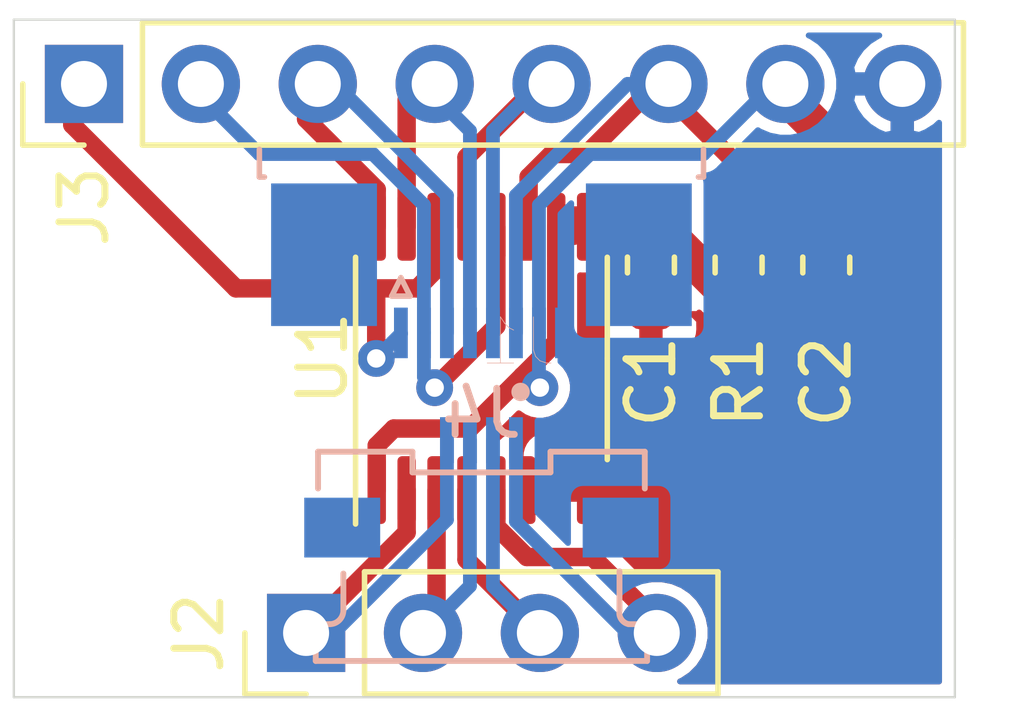
<source format=kicad_pcb>
(kicad_pcb (version 20171130) (host pcbnew "(5.1.6)-1")

  (general
    (thickness 1.6)
    (drawings 8)
    (tracks 101)
    (zones 0)
    (modules 8)
    (nets 13)
  )

  (page A4)
  (layers
    (0 F.Cu signal)
    (31 B.Cu signal)
    (32 B.Adhes user)
    (33 F.Adhes user)
    (34 B.Paste user)
    (35 F.Paste user)
    (36 B.SilkS user)
    (37 F.SilkS user)
    (38 B.Mask user)
    (39 F.Mask user)
    (40 Dwgs.User user)
    (41 Cmts.User user)
    (42 Eco1.User user)
    (43 Eco2.User user)
    (44 Edge.Cuts user)
    (45 Margin user)
    (46 B.CrtYd user hide)
    (47 F.CrtYd user hide)
    (48 B.Fab user hide)
    (49 F.Fab user hide)
  )

  (setup
    (last_trace_width 0.25)
    (user_trace_width 0.3)
    (user_trace_width 0.4)
    (user_trace_width 0.6)
    (user_trace_width 0.8)
    (trace_clearance 0.2)
    (zone_clearance 0.254)
    (zone_45_only no)
    (trace_min 0.2)
    (via_size 0.8)
    (via_drill 0.4)
    (via_min_size 0.4)
    (via_min_drill 0.3)
    (user_via 0.6 0.4)
    (user_via 0.601 0.6)
    (user_via 0.801 0.8)
    (uvia_size 0.3)
    (uvia_drill 0.1)
    (uvias_allowed no)
    (uvia_min_size 0.2)
    (uvia_min_drill 0.1)
    (edge_width 0.05)
    (segment_width 0.2)
    (pcb_text_width 0.3)
    (pcb_text_size 1.5 1.5)
    (mod_edge_width 0.12)
    (mod_text_size 1 1)
    (mod_text_width 0.15)
    (pad_size 1.524 1.524)
    (pad_drill 0.762)
    (pad_to_mask_clearance 0.05)
    (aux_axis_origin 169.672 115.062)
    (visible_elements 7FFFFFFF)
    (pcbplotparams
      (layerselection 0x010fc_ffffffff)
      (usegerberextensions false)
      (usegerberattributes true)
      (usegerberadvancedattributes true)
      (creategerberjobfile true)
      (excludeedgelayer true)
      (linewidth 0.100000)
      (plotframeref false)
      (viasonmask false)
      (mode 1)
      (useauxorigin false)
      (hpglpennumber 1)
      (hpglpenspeed 20)
      (hpglpendiameter 15.000000)
      (psnegative false)
      (psa4output false)
      (plotreference true)
      (plotvalue true)
      (plotinvisibletext false)
      (padsonsilk false)
      (subtractmaskfromsilk false)
      (outputformat 1)
      (mirror false)
      (drillshape 1)
      (scaleselection 1)
      (outputdirectory ""))
  )

  (net 0 "")
  (net 1 GND)
  (net 2 VCC)
  (net 3 "Net-(J1-Pad2)")
  (net 4 "Net-(J1-Pad1)")
  (net 5 "Net-(J1-Pad4)")
  (net 6 "Net-(J1-Pad3)")
  (net 7 "Net-(J3-Pad6)")
  (net 8 "Net-(J3-Pad5)")
  (net 9 "Net-(J3-Pad4)")
  (net 10 "Net-(J3-Pad3)")
  (net 11 "Net-(J3-Pad2)")
  (net 12 "Net-(J3-Pad1)")

  (net_class Default "This is the default net class."
    (clearance 0.2)
    (trace_width 0.25)
    (via_dia 0.8)
    (via_drill 0.4)
    (uvia_dia 0.3)
    (uvia_drill 0.1)
    (add_net GND)
    (add_net "Net-(J1-Pad1)")
    (add_net "Net-(J1-Pad2)")
    (add_net "Net-(J1-Pad3)")
    (add_net "Net-(J1-Pad4)")
    (add_net "Net-(J3-Pad1)")
    (add_net "Net-(J3-Pad2)")
    (add_net "Net-(J3-Pad3)")
    (add_net "Net-(J3-Pad4)")
    (add_net "Net-(J3-Pad5)")
    (add_net "Net-(J3-Pad6)")
    (add_net VCC)
  )

  (module Package_SO:TSSOP-16_4.4x5mm_P0.65mm (layer F.Cu) (tedit 5E476F32) (tstamp 5F9D4921)
    (at 179.832 106.934 90)
    (descr "TSSOP, 16 Pin (JEDEC MO-153 Var AB https://www.jedec.org/document_search?search_api_views_fulltext=MO-153), generated with kicad-footprint-generator ipc_gullwing_generator.py")
    (tags "TSSOP SO")
    (path /5F88F530)
    (attr smd)
    (fp_text reference U1 (at 0 -3.45 90) (layer F.SilkS)
      (effects (font (size 1 1) (thickness 0.15)))
    )
    (fp_text value XPT2046TS (at 0 3.45 90) (layer F.Fab)
      (effects (font (size 1 1) (thickness 0.15)))
    )
    (fp_line (start 0 2.735) (end 2.2 2.735) (layer F.SilkS) (width 0.12))
    (fp_line (start 0 2.735) (end -2.2 2.735) (layer F.SilkS) (width 0.12))
    (fp_line (start 0 -2.735) (end 2.2 -2.735) (layer F.SilkS) (width 0.12))
    (fp_line (start 0 -2.735) (end -3.6 -2.735) (layer F.SilkS) (width 0.12))
    (fp_line (start -1.2 -2.5) (end 2.2 -2.5) (layer F.Fab) (width 0.1))
    (fp_line (start 2.2 -2.5) (end 2.2 2.5) (layer F.Fab) (width 0.1))
    (fp_line (start 2.2 2.5) (end -2.2 2.5) (layer F.Fab) (width 0.1))
    (fp_line (start -2.2 2.5) (end -2.2 -1.5) (layer F.Fab) (width 0.1))
    (fp_line (start -2.2 -1.5) (end -1.2 -2.5) (layer F.Fab) (width 0.1))
    (fp_line (start -3.85 -2.75) (end -3.85 2.75) (layer F.CrtYd) (width 0.05))
    (fp_line (start -3.85 2.75) (end 3.85 2.75) (layer F.CrtYd) (width 0.05))
    (fp_line (start 3.85 2.75) (end 3.85 -2.75) (layer F.CrtYd) (width 0.05))
    (fp_line (start 3.85 -2.75) (end -3.85 -2.75) (layer F.CrtYd) (width 0.05))
    (fp_text user %R (at 0 0 90) (layer F.Fab)
      (effects (font (size 1 1) (thickness 0.15)))
    )
    (pad 16 smd roundrect (at 2.8625 -2.275 90) (size 1.475 0.4) (layers F.Cu F.Paste F.Mask) (roundrect_rratio 0.25)
      (net 10 "Net-(J3-Pad3)"))
    (pad 15 smd roundrect (at 2.8625 -1.625 90) (size 1.475 0.4) (layers F.Cu F.Paste F.Mask) (roundrect_rratio 0.25)
      (net 9 "Net-(J3-Pad4)"))
    (pad 14 smd roundrect (at 2.8625 -0.975 90) (size 1.475 0.4) (layers F.Cu F.Paste F.Mask) (roundrect_rratio 0.25)
      (net 12 "Net-(J3-Pad1)"))
    (pad 13 smd roundrect (at 2.8625 -0.325 90) (size 1.475 0.4) (layers F.Cu F.Paste F.Mask) (roundrect_rratio 0.25)
      (net 8 "Net-(J3-Pad5)"))
    (pad 12 smd roundrect (at 2.8625 0.325 90) (size 1.475 0.4) (layers F.Cu F.Paste F.Mask) (roundrect_rratio 0.25)
      (net 11 "Net-(J3-Pad2)"))
    (pad 11 smd roundrect (at 2.8625 0.975 90) (size 1.475 0.4) (layers F.Cu F.Paste F.Mask) (roundrect_rratio 0.25)
      (net 7 "Net-(J3-Pad6)"))
    (pad 10 smd roundrect (at 2.8625 1.625 90) (size 1.475 0.4) (layers F.Cu F.Paste F.Mask) (roundrect_rratio 0.25)
      (net 2 VCC))
    (pad 9 smd roundrect (at 2.8625 2.275 90) (size 1.475 0.4) (layers F.Cu F.Paste F.Mask) (roundrect_rratio 0.25)
      (net 2 VCC))
    (pad 8 smd roundrect (at -2.8625 2.275 90) (size 1.475 0.4) (layers F.Cu F.Paste F.Mask) (roundrect_rratio 0.25)
      (net 1 GND))
    (pad 7 smd roundrect (at -2.8625 1.625 90) (size 1.475 0.4) (layers F.Cu F.Paste F.Mask) (roundrect_rratio 0.25)
      (net 1 GND))
    (pad 6 smd roundrect (at -2.8625 0.975 90) (size 1.475 0.4) (layers F.Cu F.Paste F.Mask) (roundrect_rratio 0.25)
      (net 1 GND))
    (pad 5 smd roundrect (at -2.8625 0.325 90) (size 1.475 0.4) (layers F.Cu F.Paste F.Mask) (roundrect_rratio 0.25)
      (net 4 "Net-(J1-Pad1)"))
    (pad 4 smd roundrect (at -2.8625 -0.325 90) (size 1.475 0.4) (layers F.Cu F.Paste F.Mask) (roundrect_rratio 0.25)
      (net 3 "Net-(J1-Pad2)"))
    (pad 3 smd roundrect (at -2.8625 -0.975 90) (size 1.475 0.4) (layers F.Cu F.Paste F.Mask) (roundrect_rratio 0.25)
      (net 6 "Net-(J1-Pad3)"))
    (pad 2 smd roundrect (at -2.8625 -1.625 90) (size 1.475 0.4) (layers F.Cu F.Paste F.Mask) (roundrect_rratio 0.25)
      (net 5 "Net-(J1-Pad4)"))
    (pad 1 smd roundrect (at -2.8625 -2.275 90) (size 1.475 0.4) (layers F.Cu F.Paste F.Mask) (roundrect_rratio 0.25)
      (net 2 VCC))
    (model ${KISYS3DMOD}/Package_SO.3dshapes/TSSOP-16_4.4x5mm_P0.65mm.wrl
      (at (xyz 0 0 0))
      (scale (xyz 1 1 1))
      (rotate (xyz 0 0 0))
    )
  )

  (module Resistor_SMD:R_0603_1608Metric_Pad1.05x0.95mm_HandSolder (layer F.Cu) (tedit 5B301BBD) (tstamp 5F9D48FF)
    (at 185.42 104.902 90)
    (descr "Resistor SMD 0603 (1608 Metric), square (rectangular) end terminal, IPC_7351 nominal with elongated pad for handsoldering. (Body size source: http://www.tortai-tech.com/upload/download/2011102023233369053.pdf), generated with kicad-footprint-generator")
    (tags "resistor handsolder")
    (path /5F896891)
    (attr smd)
    (fp_text reference R1 (at -2.54 0 90) (layer F.SilkS)
      (effects (font (size 1 1) (thickness 0.15)))
    )
    (fp_text value R (at 0 1.43 90) (layer F.Fab)
      (effects (font (size 1 1) (thickness 0.15)))
    )
    (fp_line (start -0.8 0.4) (end -0.8 -0.4) (layer F.Fab) (width 0.1))
    (fp_line (start -0.8 -0.4) (end 0.8 -0.4) (layer F.Fab) (width 0.1))
    (fp_line (start 0.8 -0.4) (end 0.8 0.4) (layer F.Fab) (width 0.1))
    (fp_line (start 0.8 0.4) (end -0.8 0.4) (layer F.Fab) (width 0.1))
    (fp_line (start -0.171267 -0.51) (end 0.171267 -0.51) (layer F.SilkS) (width 0.12))
    (fp_line (start -0.171267 0.51) (end 0.171267 0.51) (layer F.SilkS) (width 0.12))
    (fp_line (start -1.65 0.73) (end -1.65 -0.73) (layer F.CrtYd) (width 0.05))
    (fp_line (start -1.65 -0.73) (end 1.65 -0.73) (layer F.CrtYd) (width 0.05))
    (fp_line (start 1.65 -0.73) (end 1.65 0.73) (layer F.CrtYd) (width 0.05))
    (fp_line (start 1.65 0.73) (end -1.65 0.73) (layer F.CrtYd) (width 0.05))
    (fp_text user %R (at 0 0 90) (layer F.Fab)
      (effects (font (size 0.4 0.4) (thickness 0.06)))
    )
    (pad 2 smd roundrect (at 0.875 0 90) (size 1.05 0.95) (layers F.Cu F.Paste F.Mask) (roundrect_rratio 0.25)
      (net 7 "Net-(J3-Pad6)"))
    (pad 1 smd roundrect (at -0.875 0 90) (size 1.05 0.95) (layers F.Cu F.Paste F.Mask) (roundrect_rratio 0.25)
      (net 2 VCC))
    (model ${KISYS3DMOD}/Resistor_SMD.3dshapes/R_0603_1608Metric.wrl
      (at (xyz 0 0 0))
      (scale (xyz 1 1 1))
      (rotate (xyz 0 0 0))
    )
  )

  (module Connector_FFC-FPC:TE_0-1734839-8_1x08-1MP_P0.5mm_Horizontal (layer B.Cu) (tedit 5DB5C65C) (tstamp 5F9D48EE)
    (at 179.832 105.029)
    (descr "TE FPC connector, 08 top-side contacts, 0.5mm pitch, SMT, https://www.te.com/commerce/DocumentDelivery/DDEController?Action=showdoc&DocId=Customer+Drawing%7F1734839%7FC%7Fpdf%7FEnglish%7FENG_CD_1734839_C_C_1734839.pdf%7F4-1734839-0")
    (tags "te fpc 1734839")
    (path /5F89A5EB)
    (attr smd)
    (fp_text reference J4 (at 0 3.1) (layer B.SilkS)
      (effects (font (size 1 1) (thickness 0.15)) (justify mirror))
    )
    (fp_text value Conn_01x08 (at 0 -3.25) (layer Dwgs.User)
      (effects (font (size 0.5 0.5) (thickness 0.08)))
    )
    (fp_line (start -4.06 0.65) (end 4.06 0.65) (layer B.Fab) (width 0.1))
    (fp_line (start 4.06 0.65) (end 4.06 -2.15) (layer B.Fab) (width 0.1))
    (fp_line (start 4.06 -2.15) (end 4.715 -2.15) (layer B.Fab) (width 0.1))
    (fp_line (start 4.715 -2.15) (end 4.715 -3.75) (layer B.Fab) (width 0.1))
    (fp_line (start 4.715 -3.75) (end -4.715 -3.75) (layer B.Fab) (width 0.1))
    (fp_line (start -4.715 -3.75) (end -4.715 -2.15) (layer B.Fab) (width 0.1))
    (fp_line (start -4.715 -2.15) (end -4.06 -2.15) (layer B.Fab) (width 0.1))
    (fp_line (start -4.06 -2.15) (end -4.06 0.65) (layer B.Fab) (width 0.1))
    (fp_line (start -2.15 0.65) (end -1.75 -0.15) (layer B.Fab) (width 0.1))
    (fp_line (start -1.75 -0.15) (end -1.35 0.65) (layer B.Fab) (width 0.1))
    (fp_line (start -4.715 -2.04) (end -4.825 -2.04) (layer B.SilkS) (width 0.12))
    (fp_line (start -4.825 -2.04) (end -4.825 -2.64) (layer B.SilkS) (width 0.12))
    (fp_line (start 4.715 -2.04) (end 4.825 -2.04) (layer B.SilkS) (width 0.12))
    (fp_line (start 4.825 -2.04) (end 4.825 -2.64) (layer B.SilkS) (width 0.12))
    (fp_line (start -1.95 0.55) (end -1.75 0.15) (layer B.SilkS) (width 0.12))
    (fp_line (start -1.75 0.15) (end -1.55 0.55) (layer B.SilkS) (width 0.12))
    (fp_line (start -1.55 0.55) (end -1.95 0.55) (layer B.SilkS) (width 0.12))
    (fp_line (start 4.605 -2.75) (end -4.605 -2.75) (layer Dwgs.User) (width 0.1))
    (fp_line (start -5.22 2.4) (end -5.22 -4.25) (layer B.CrtYd) (width 0.05))
    (fp_line (start -5.22 -4.25) (end 5.22 -4.25) (layer B.CrtYd) (width 0.05))
    (fp_line (start 5.22 -4.25) (end 5.22 2.4) (layer B.CrtYd) (width 0.05))
    (fp_line (start 5.22 2.4) (end -5.22 2.4) (layer B.CrtYd) (width 0.05))
    (fp_text user %R (at 0 -1.55) (layer B.Fab)
      (effects (font (size 1 1) (thickness 0.15)) (justify mirror))
    )
    (pad MP smd rect (at 3.42 -0.35) (size 2.3 3.1) (layers B.Cu B.Paste B.Mask))
    (pad MP smd rect (at -3.42 -0.35) (size 2.3 3.1) (layers B.Cu B.Paste B.Mask))
    (pad 8 smd rect (at 1.75 1.35) (size 0.3 1.1) (layers B.Cu B.Paste B.Mask)
      (net 1 GND))
    (pad 7 smd rect (at 1.25 1.35) (size 0.3 1.1) (layers B.Cu B.Paste B.Mask)
      (net 2 VCC))
    (pad 6 smd rect (at 0.75 1.35) (size 0.3 1.1) (layers B.Cu B.Paste B.Mask)
      (net 7 "Net-(J3-Pad6)"))
    (pad 5 smd rect (at 0.25 1.35) (size 0.3 1.1) (layers B.Cu B.Paste B.Mask)
      (net 8 "Net-(J3-Pad5)"))
    (pad 4 smd rect (at -0.25 1.35) (size 0.3 1.1) (layers B.Cu B.Paste B.Mask)
      (net 9 "Net-(J3-Pad4)"))
    (pad 3 smd rect (at -0.75 1.35) (size 0.3 1.1) (layers B.Cu B.Paste B.Mask)
      (net 10 "Net-(J3-Pad3)"))
    (pad 2 smd rect (at -1.25 1.35) (size 0.3 1.1) (layers B.Cu B.Paste B.Mask)
      (net 11 "Net-(J3-Pad2)"))
    (pad 1 smd rect (at -1.75 1.35) (size 0.3 1.1) (layers B.Cu B.Paste B.Mask)
      (net 12 "Net-(J3-Pad1)"))
    (model ${KISYS3DMOD}/Connector_FFC-FPC.3dshapes/TE_0-1734839-8_1x08-1MP_P0.5mm_Horizontal.wrl
      (at (xyz 0 0 0))
      (scale (xyz 1 1 1))
      (rotate (xyz 0 0 0))
    )
  )

  (module Connector_PinHeader_2.54mm:PinHeader_1x08_P2.54mm_Vertical (layer F.Cu) (tedit 59FED5CC) (tstamp 5F9D49E6)
    (at 171.196 100.965 90)
    (descr "Through hole straight pin header, 1x08, 2.54mm pitch, single row")
    (tags "Through hole pin header THT 1x08 2.54mm single row")
    (path /5F897A13)
    (fp_text reference J3 (at -2.667 0 90) (layer F.SilkS)
      (effects (font (size 1 1) (thickness 0.15)))
    )
    (fp_text value Conn_01x08 (at 0 20.11 90) (layer F.Fab)
      (effects (font (size 1 1) (thickness 0.15)))
    )
    (fp_line (start -0.635 -1.27) (end 1.27 -1.27) (layer F.Fab) (width 0.1))
    (fp_line (start 1.27 -1.27) (end 1.27 19.05) (layer F.Fab) (width 0.1))
    (fp_line (start 1.27 19.05) (end -1.27 19.05) (layer F.Fab) (width 0.1))
    (fp_line (start -1.27 19.05) (end -1.27 -0.635) (layer F.Fab) (width 0.1))
    (fp_line (start -1.27 -0.635) (end -0.635 -1.27) (layer F.Fab) (width 0.1))
    (fp_line (start -1.33 19.11) (end 1.33 19.11) (layer F.SilkS) (width 0.12))
    (fp_line (start -1.33 1.27) (end -1.33 19.11) (layer F.SilkS) (width 0.12))
    (fp_line (start 1.33 1.27) (end 1.33 19.11) (layer F.SilkS) (width 0.12))
    (fp_line (start -1.33 1.27) (end 1.33 1.27) (layer F.SilkS) (width 0.12))
    (fp_line (start -1.33 0) (end -1.33 -1.33) (layer F.SilkS) (width 0.12))
    (fp_line (start -1.33 -1.33) (end 0 -1.33) (layer F.SilkS) (width 0.12))
    (fp_line (start -1.8 -1.8) (end -1.8 19.55) (layer F.CrtYd) (width 0.05))
    (fp_line (start -1.8 19.55) (end 1.8 19.55) (layer F.CrtYd) (width 0.05))
    (fp_line (start 1.8 19.55) (end 1.8 -1.8) (layer F.CrtYd) (width 0.05))
    (fp_line (start 1.8 -1.8) (end -1.8 -1.8) (layer F.CrtYd) (width 0.05))
    (fp_text user %R (at 0 8.89) (layer F.Fab)
      (effects (font (size 1 1) (thickness 0.15)))
    )
    (pad 8 thru_hole oval (at 0 17.78 90) (size 1.7 1.7) (drill 1) (layers *.Cu *.Mask)
      (net 1 GND))
    (pad 7 thru_hole oval (at 0 15.24 90) (size 1.7 1.7) (drill 1) (layers *.Cu *.Mask)
      (net 2 VCC))
    (pad 6 thru_hole oval (at 0 12.7 90) (size 1.7 1.7) (drill 1) (layers *.Cu *.Mask)
      (net 7 "Net-(J3-Pad6)"))
    (pad 5 thru_hole oval (at 0 10.16 90) (size 1.7 1.7) (drill 1) (layers *.Cu *.Mask)
      (net 8 "Net-(J3-Pad5)"))
    (pad 4 thru_hole oval (at 0 7.62 90) (size 1.7 1.7) (drill 1) (layers *.Cu *.Mask)
      (net 9 "Net-(J3-Pad4)"))
    (pad 3 thru_hole oval (at 0 5.08 90) (size 1.7 1.7) (drill 1) (layers *.Cu *.Mask)
      (net 10 "Net-(J3-Pad3)"))
    (pad 2 thru_hole oval (at 0 2.54 90) (size 1.7 1.7) (drill 1) (layers *.Cu *.Mask)
      (net 11 "Net-(J3-Pad2)"))
    (pad 1 thru_hole rect (at 0 0 90) (size 1.7 1.7) (drill 1) (layers *.Cu *.Mask)
      (net 12 "Net-(J3-Pad1)"))
    (model ${KISYS3DMOD}/Connector_PinHeader_2.54mm.3dshapes/PinHeader_1x08_P2.54mm_Vertical.wrl
      (at (xyz 0 0 0))
      (scale (xyz 1 1 1))
      (rotate (xyz 0 0 0))
    )
  )

  (module Connector_PinHeader_2.54mm:PinHeader_1x04_P2.54mm_Vertical (layer F.Cu) (tedit 59FED5CC) (tstamp 5F9D48AD)
    (at 176.022 112.903 90)
    (descr "Through hole straight pin header, 1x04, 2.54mm pitch, single row")
    (tags "Through hole pin header THT 1x04 2.54mm single row")
    (path /5F8911D5)
    (fp_text reference J2 (at 0 -2.33 90) (layer F.SilkS)
      (effects (font (size 1 1) (thickness 0.15)))
    )
    (fp_text value Conn_01x04 (at 0 9.95 90) (layer F.Fab)
      (effects (font (size 1 1) (thickness 0.15)))
    )
    (fp_line (start -0.635 -1.27) (end 1.27 -1.27) (layer F.Fab) (width 0.1))
    (fp_line (start 1.27 -1.27) (end 1.27 8.89) (layer F.Fab) (width 0.1))
    (fp_line (start 1.27 8.89) (end -1.27 8.89) (layer F.Fab) (width 0.1))
    (fp_line (start -1.27 8.89) (end -1.27 -0.635) (layer F.Fab) (width 0.1))
    (fp_line (start -1.27 -0.635) (end -0.635 -1.27) (layer F.Fab) (width 0.1))
    (fp_line (start -1.33 8.95) (end 1.33 8.95) (layer F.SilkS) (width 0.12))
    (fp_line (start -1.33 1.27) (end -1.33 8.95) (layer F.SilkS) (width 0.12))
    (fp_line (start 1.33 1.27) (end 1.33 8.95) (layer F.SilkS) (width 0.12))
    (fp_line (start -1.33 1.27) (end 1.33 1.27) (layer F.SilkS) (width 0.12))
    (fp_line (start -1.33 0) (end -1.33 -1.33) (layer F.SilkS) (width 0.12))
    (fp_line (start -1.33 -1.33) (end 0 -1.33) (layer F.SilkS) (width 0.12))
    (fp_line (start -1.8 -1.8) (end -1.8 9.4) (layer F.CrtYd) (width 0.05))
    (fp_line (start -1.8 9.4) (end 1.8 9.4) (layer F.CrtYd) (width 0.05))
    (fp_line (start 1.8 9.4) (end 1.8 -1.8) (layer F.CrtYd) (width 0.05))
    (fp_line (start 1.8 -1.8) (end -1.8 -1.8) (layer F.CrtYd) (width 0.05))
    (fp_text user %R (at 0 3.81) (layer F.Fab)
      (effects (font (size 1 1) (thickness 0.15)))
    )
    (pad 4 thru_hole oval (at 0 7.62 90) (size 1.7 1.7) (drill 1) (layers *.Cu *.Mask)
      (net 4 "Net-(J1-Pad1)"))
    (pad 3 thru_hole oval (at 0 5.08 90) (size 1.7 1.7) (drill 1) (layers *.Cu *.Mask)
      (net 3 "Net-(J1-Pad2)"))
    (pad 2 thru_hole oval (at 0 2.54 90) (size 1.7 1.7) (drill 1) (layers *.Cu *.Mask)
      (net 6 "Net-(J1-Pad3)"))
    (pad 1 thru_hole rect (at 0 0 90) (size 1.7 1.7) (drill 1) (layers *.Cu *.Mask)
      (net 5 "Net-(J1-Pad4)"))
    (model ${KISYS3DMOD}/Connector_PinHeader_2.54mm.3dshapes/PinHeader_1x04_P2.54mm_Vertical.wrl
      (at (xyz 0 0 0))
      (scale (xyz 1 1 1))
      (rotate (xyz 0 0 0))
    )
  )

  (module 54548-0471:MOLEX_54548-0471 (layer B.Cu) (tedit 5F1FFACD) (tstamp 5F9D4895)
    (at 179.832 108.712 180)
    (path /5F89049C)
    (fp_text reference J1 (at -0.79473 2.14171) (layer B.SilkS)
      (effects (font (size 1.00315 1.00315) (thickness 0.015)) (justify mirror))
    )
    (fp_text value Conn_01x04 (at 5.96036 -6.12732) (layer B.Fab)
      (effects (font (size 1.002016 1.002016) (thickness 0.015)) (justify mirror))
    )
    (fp_circle (center -0.85 1.05) (end -0.75 1.05) (layer B.SilkS) (width 0.2))
    (fp_line (start -1.5 -0.7) (end 1.5 -0.7) (layer B.Fab) (width 0.127))
    (fp_line (start 1.5 -0.7) (end 1.5 -0.25) (layer B.Fab) (width 0.127))
    (fp_line (start -1.5 -0.7) (end -1.5 -0.25) (layer B.Fab) (width 0.127))
    (fp_line (start -1.5 -0.25) (end -3.55 -0.25) (layer B.Fab) (width 0.127))
    (fp_line (start -3 -1.05) (end -3 -1.45) (layer B.Fab) (width 0.127))
    (fp_line (start -3 -1.7) (end -3 -2.1) (layer B.Fab) (width 0.127))
    (fp_line (start -3 -2.35) (end -3 -3.7) (layer B.Fab) (width 0.127))
    (fp_line (start 3.55 -0.25) (end 1.5 -0.25) (layer B.Fab) (width 0.127))
    (fp_line (start -3.2 -4) (end -3.6 -4) (layer B.Fab) (width 0.127))
    (fp_line (start -3.6 -4) (end -3.6 -4.8) (layer B.Fab) (width 0.127))
    (fp_line (start -3.6 -4.8) (end 3.6 -4.8) (layer B.Fab) (width 0.127))
    (fp_line (start 3.6 -4.8) (end 3.6 -4) (layer B.Fab) (width 0.127))
    (fp_line (start 3.6 -4) (end 3.3 -4) (layer B.Fab) (width 0.127))
    (fp_line (start -3.55 -0.25) (end -3.55 -1.05) (layer B.Fab) (width 0.127))
    (fp_line (start -3.55 -1.05) (end -3 -1.05) (layer B.Fab) (width 0.127))
    (fp_line (start -3 -1.45) (end -3.55 -1.45) (layer B.Fab) (width 0.127))
    (fp_line (start -3.55 -1.45) (end -3.55 -1.7) (layer B.Fab) (width 0.127))
    (fp_line (start -3.55 -1.7) (end -3 -1.7) (layer B.Fab) (width 0.127))
    (fp_line (start -3 -2.35) (end -3.55 -2.35) (layer B.Fab) (width 0.127))
    (fp_line (start -3.55 -2.35) (end -3.55 -2.1) (layer B.Fab) (width 0.127))
    (fp_line (start -3.55 -2.1) (end -3 -2.1) (layer B.Fab) (width 0.127))
    (fp_line (start 3 -1.05) (end 3 -1.45) (layer B.Fab) (width 0.127))
    (fp_line (start 3.55 -0.25) (end 3.55 -1.05) (layer B.Fab) (width 0.127))
    (fp_line (start 3.55 -1.05) (end 3 -1.05) (layer B.Fab) (width 0.127))
    (fp_line (start 3 -1.45) (end 3.55 -1.45) (layer B.Fab) (width 0.127))
    (fp_line (start 3.55 -1.45) (end 3.55 -1.7) (layer B.Fab) (width 0.127))
    (fp_line (start 3.55 -1.7) (end 3 -1.7) (layer B.Fab) (width 0.127))
    (fp_line (start 3 -2.35) (end 3.55 -2.35) (layer B.Fab) (width 0.127))
    (fp_line (start 3.55 -2.35) (end 3.55 -2.1) (layer B.Fab) (width 0.127))
    (fp_line (start 3.55 -2.1) (end 3 -2.1) (layer B.Fab) (width 0.127))
    (fp_line (start 3 -3.7) (end 3 -2.4) (layer B.Fab) (width 0.127))
    (fp_line (start 3 -1.7) (end 3 -2.1) (layer B.Fab) (width 0.127))
    (fp_line (start -1.5 -0.7) (end 1.5 -0.7) (layer B.SilkS) (width 0.127))
    (fp_line (start 1.5 -0.7) (end 1.5 -0.25) (layer B.SilkS) (width 0.127))
    (fp_line (start -1.5 -0.7) (end -1.5 -0.25) (layer B.SilkS) (width 0.127))
    (fp_line (start -1.5 -0.25) (end -3.55 -0.25) (layer B.SilkS) (width 0.127))
    (fp_line (start -3 -2.85) (end -3 -3.7) (layer B.SilkS) (width 0.127))
    (fp_line (start 3.55 -0.25) (end 1.5 -0.25) (layer B.SilkS) (width 0.127))
    (fp_line (start -3.2 -4) (end -3.6 -4) (layer B.SilkS) (width 0.127))
    (fp_line (start -3.6 -4) (end -3.6 -4.8) (layer B.SilkS) (width 0.127))
    (fp_line (start -3.6 -4.8) (end 3.6 -4.8) (layer B.SilkS) (width 0.127))
    (fp_line (start 3.6 -4.8) (end 3.6 -4) (layer B.SilkS) (width 0.127))
    (fp_line (start 3.6 -4) (end 3.3 -4) (layer B.SilkS) (width 0.127))
    (fp_line (start -3.55 -0.25) (end -3.55 -1.05) (layer B.SilkS) (width 0.127))
    (fp_line (start 3.55 -0.25) (end 3.55 -1.05) (layer B.SilkS) (width 0.127))
    (fp_line (start 3 -3.7) (end 3 -2.9) (layer B.SilkS) (width 0.127))
    (fp_circle (center -0.85 -1.05) (end -0.75 -1.05) (layer B.Fab) (width 0.2))
    (fp_line (start -4.1 0.75) (end 4.1 0.75) (layer B.CrtYd) (width 0.05))
    (fp_line (start 4.1 0.75) (end 4.1 -5.05) (layer B.CrtYd) (width 0.05))
    (fp_line (start 4.1 -5.05) (end -4.1 -5.05) (layer B.CrtYd) (width 0.05))
    (fp_line (start -4.1 -5.05) (end -4.1 0.75) (layer B.CrtYd) (width 0.05))
    (fp_arc (start 3.3 -3.7) (end 3.3 -4) (angle -90) (layer B.SilkS) (width 0.127))
    (fp_arc (start -3.25 -3.75) (end -3.2 -4) (angle 90) (layer B.SilkS) (width 0.127))
    (fp_arc (start 3.3 -3.7) (end 3.3 -4) (angle -90) (layer B.Fab) (width 0.127))
    (fp_arc (start -3.25 -3.75) (end -3.2 -4) (angle 90) (layer B.Fab) (width 0.127))
    (pad S2 smd rect (at 3.025 -1.9 180) (size 1.65 1.3) (layers B.Cu B.Paste B.Mask))
    (pad S1 smd rect (at -3.025 -1.9 180) (size 1.65 1.3) (layers B.Cu B.Paste B.Mask))
    (pad 2 smd rect (at -0.25 0 180) (size 0.3 1) (layers B.Cu B.Paste B.Mask)
      (net 3 "Net-(J1-Pad2)"))
    (pad 1 smd rect (at -0.75 0 180) (size 0.3 1) (layers B.Cu B.Paste B.Mask)
      (net 4 "Net-(J1-Pad1)"))
    (pad 4 smd rect (at 0.75 0 180) (size 0.3 1) (layers B.Cu B.Paste B.Mask)
      (net 5 "Net-(J1-Pad4)"))
    (pad 3 smd rect (at 0.25 0 180) (size 0.3 1) (layers B.Cu B.Paste B.Mask)
      (net 6 "Net-(J1-Pad3)"))
  )

  (module Capacitor_SMD:C_0603_1608Metric_Pad1.05x0.95mm_HandSolder (layer F.Cu) (tedit 5B301BBE) (tstamp 5F9D3F4A)
    (at 187.325 104.902 270)
    (descr "Capacitor SMD 0603 (1608 Metric), square (rectangular) end terminal, IPC_7351 nominal with elongated pad for handsoldering. (Body size source: http://www.tortai-tech.com/upload/download/2011102023233369053.pdf), generated with kicad-footprint-generator")
    (tags "capacitor handsolder")
    (path /5F8962E2)
    (attr smd)
    (fp_text reference C2 (at 2.54 0 90) (layer F.SilkS)
      (effects (font (size 1 1) (thickness 0.15)))
    )
    (fp_text value C (at 0 1.43 90) (layer F.Fab)
      (effects (font (size 1 1) (thickness 0.15)))
    )
    (fp_line (start -0.8 0.4) (end -0.8 -0.4) (layer F.Fab) (width 0.1))
    (fp_line (start -0.8 -0.4) (end 0.8 -0.4) (layer F.Fab) (width 0.1))
    (fp_line (start 0.8 -0.4) (end 0.8 0.4) (layer F.Fab) (width 0.1))
    (fp_line (start 0.8 0.4) (end -0.8 0.4) (layer F.Fab) (width 0.1))
    (fp_line (start -0.171267 -0.51) (end 0.171267 -0.51) (layer F.SilkS) (width 0.12))
    (fp_line (start -0.171267 0.51) (end 0.171267 0.51) (layer F.SilkS) (width 0.12))
    (fp_line (start -1.65 0.73) (end -1.65 -0.73) (layer F.CrtYd) (width 0.05))
    (fp_line (start -1.65 -0.73) (end 1.65 -0.73) (layer F.CrtYd) (width 0.05))
    (fp_line (start 1.65 -0.73) (end 1.65 0.73) (layer F.CrtYd) (width 0.05))
    (fp_line (start 1.65 0.73) (end -1.65 0.73) (layer F.CrtYd) (width 0.05))
    (fp_text user %R (at 0 0 90) (layer F.Fab)
      (effects (font (size 0.4 0.4) (thickness 0.06)))
    )
    (pad 2 smd roundrect (at 0.875 0 270) (size 1.05 0.95) (layers F.Cu F.Paste F.Mask) (roundrect_rratio 0.25)
      (net 1 GND))
    (pad 1 smd roundrect (at -0.875 0 270) (size 1.05 0.95) (layers F.Cu F.Paste F.Mask) (roundrect_rratio 0.25)
      (net 2 VCC))
    (model ${KISYS3DMOD}/Capacitor_SMD.3dshapes/C_0603_1608Metric.wrl
      (at (xyz 0 0 0))
      (scale (xyz 1 1 1))
      (rotate (xyz 0 0 0))
    )
  )

  (module Capacitor_SMD:C_0603_1608Metric_Pad1.05x0.95mm_HandSolder (layer F.Cu) (tedit 5B301BBE) (tstamp 5F9D4842)
    (at 183.515 104.902 270)
    (descr "Capacitor SMD 0603 (1608 Metric), square (rectangular) end terminal, IPC_7351 nominal with elongated pad for handsoldering. (Body size source: http://www.tortai-tech.com/upload/download/2011102023233369053.pdf), generated with kicad-footprint-generator")
    (tags "capacitor handsolder")
    (path /5F894D43)
    (attr smd)
    (fp_text reference C1 (at 2.54 0 90) (layer F.SilkS)
      (effects (font (size 1 1) (thickness 0.15)))
    )
    (fp_text value C (at 0 1.43 90) (layer F.Fab)
      (effects (font (size 1 1) (thickness 0.15)))
    )
    (fp_line (start -0.8 0.4) (end -0.8 -0.4) (layer F.Fab) (width 0.1))
    (fp_line (start -0.8 -0.4) (end 0.8 -0.4) (layer F.Fab) (width 0.1))
    (fp_line (start 0.8 -0.4) (end 0.8 0.4) (layer F.Fab) (width 0.1))
    (fp_line (start 0.8 0.4) (end -0.8 0.4) (layer F.Fab) (width 0.1))
    (fp_line (start -0.171267 -0.51) (end 0.171267 -0.51) (layer F.SilkS) (width 0.12))
    (fp_line (start -0.171267 0.51) (end 0.171267 0.51) (layer F.SilkS) (width 0.12))
    (fp_line (start -1.65 0.73) (end -1.65 -0.73) (layer F.CrtYd) (width 0.05))
    (fp_line (start -1.65 -0.73) (end 1.65 -0.73) (layer F.CrtYd) (width 0.05))
    (fp_line (start 1.65 -0.73) (end 1.65 0.73) (layer F.CrtYd) (width 0.05))
    (fp_line (start 1.65 0.73) (end -1.65 0.73) (layer F.CrtYd) (width 0.05))
    (fp_text user %R (at 0 0 90) (layer F.Fab)
      (effects (font (size 0.4 0.4) (thickness 0.06)))
    )
    (pad 2 smd roundrect (at 0.875 0 270) (size 1.05 0.95) (layers F.Cu F.Paste F.Mask) (roundrect_rratio 0.25)
      (net 1 GND))
    (pad 1 smd roundrect (at -0.875 0 270) (size 1.05 0.95) (layers F.Cu F.Paste F.Mask) (roundrect_rratio 0.25)
      (net 2 VCC))
    (model ${KISYS3DMOD}/Capacitor_SMD.3dshapes/C_0603_1608Metric.wrl
      (at (xyz 0 0 0))
      (scale (xyz 1 1 1))
      (rotate (xyz 0 0 0))
    )
  )

  (gr_line (start 190.119 110.871) (end 190.119 99.568) (layer Edge.Cuts) (width 0.05) (tstamp 5F9D781E))
  (gr_line (start 169.672 114.3) (end 169.672 110.871) (layer Edge.Cuts) (width 0.05))
  (gr_line (start 169.672 110.871) (end 169.672 99.568) (layer Edge.Cuts) (width 0.05) (tstamp 5F9D773D))
  (gr_text XPT2046 (at 187.071 107.061 90) (layer B.Paste) (tstamp 5F9D6B37)
    (effects (font (size 1 1) (thickness 0.15)) (justify mirror))
  )
  (gr_text XPT2046 (at 187.071 107.061 90) (layer B.Mask)
    (effects (font (size 1 1) (thickness 0.15)) (justify mirror))
  )
  (gr_line (start 169.672 99.568) (end 190.119 99.568) (layer Edge.Cuts) (width 0.05) (tstamp 5F9D4F8E))
  (gr_line (start 190.119 114.3) (end 169.672 114.3) (layer Edge.Cuts) (width 0.05) (tstamp 5F9D4F8D))
  (gr_line (start 190.119 110.871) (end 190.119 114.3) (layer Edge.Cuts) (width 0.05) (tstamp 5F9D4F8A))

  (segment (start 177.927 108.458) (end 179.578 108.458) (width 0.4) (layer F.Cu) (net 2))
  (segment (start 181.457 104.866124) (end 181.457 104.0715) (width 0.4) (layer F.Cu) (net 2))
  (segment (start 181.457 106.579) (end 181.457 104.866124) (width 0.4) (layer F.Cu) (net 2))
  (segment (start 177.557 109.7965) (end 177.557 108.828) (width 0.4) (layer F.Cu) (net 2))
  (segment (start 177.557 108.828) (end 177.927 108.458) (width 0.4) (layer F.Cu) (net 2))
  (segment (start 181.082 107.549) (end 181.102 107.569) (width 0.3) (layer B.Cu) (net 2))
  (segment (start 181.082 106.379) (end 181.082 107.549) (width 0.3) (layer B.Cu) (net 2))
  (segment (start 181.102 107.569) (end 181.102 107.569) (width 0.3) (layer B.Cu) (net 2) (tstamp 5F9D5E36))
  (via (at 181.102 107.569) (size 0.8) (drill 0.4) (layers F.Cu B.Cu) (net 2))
  (segment (start 180.975 107.569) (end 180.721 107.315) (width 0.4) (layer F.Cu) (net 2))
  (segment (start 181.102 107.569) (end 180.975 107.569) (width 0.4) (layer F.Cu) (net 2))
  (segment (start 179.578 108.458) (end 180.721 107.315) (width 0.4) (layer F.Cu) (net 2))
  (segment (start 180.721 107.315) (end 181.457 106.579) (width 0.4) (layer F.Cu) (net 2))
  (segment (start 185.42 105.777) (end 185.434 105.777) (width 0.4) (layer F.Cu) (net 2))
  (segment (start 187.184 104.027) (end 187.325 104.027) (width 0.8) (layer F.Cu) (net 2))
  (segment (start 185.434 105.777) (end 187.184 104.027) (width 0.8) (layer F.Cu) (net 2))
  (segment (start 183.67 104.027) (end 185.42 105.777) (width 0.8) (layer F.Cu) (net 2))
  (segment (start 183.515 104.027) (end 183.67 104.027) (width 0.8) (layer F.Cu) (net 2))
  (segment (start 181.84 104.027) (end 181.7955 104.0715) (width 0.8) (layer F.Cu) (net 2))
  (segment (start 183.515 104.027) (end 181.84 104.027) (width 0.8) (layer F.Cu) (net 2))
  (segment (start 182.107 104.0715) (end 181.7955 104.0715) (width 0.4) (layer F.Cu) (net 2))
  (segment (start 181.7955 104.0715) (end 181.457 104.0715) (width 0.4) (layer F.Cu) (net 2))
  (segment (start 187.325 102.108) (end 186.182 100.965) (width 0.8) (layer F.Cu) (net 2))
  (segment (start 187.325 104.027) (end 187.325 102.108) (width 0.8) (layer F.Cu) (net 2))
  (segment (start 182.19012 102.489) (end 184.658 102.489) (width 0.3) (layer B.Cu) (net 2))
  (segment (start 181.082 106.379) (end 181.082 103.59712) (width 0.3) (layer B.Cu) (net 2))
  (segment (start 184.658 102.489) (end 186.182 100.965) (width 0.3) (layer B.Cu) (net 2))
  (segment (start 181.082 103.59712) (end 182.19012 102.489) (width 0.3) (layer B.Cu) (net 2))
  (segment (start 179.507 111.308) (end 181.102 112.903) (width 0.4) (layer F.Cu) (net 3))
  (segment (start 179.507 109.7965) (end 179.507 111.308) (width 0.4) (layer F.Cu) (net 3))
  (segment (start 180.082 111.883) (end 181.102 112.903) (width 0.3) (layer B.Cu) (net 3))
  (segment (start 180.082 108.712) (end 180.082 111.883) (width 0.3) (layer B.Cu) (net 3))
  (segment (start 182.245 111.252) (end 183.642 112.649) (width 0.4) (layer F.Cu) (net 4))
  (segment (start 180.817876 111.252) (end 182.245 111.252) (width 0.4) (layer F.Cu) (net 4))
  (segment (start 180.157 109.7965) (end 180.157 110.591124) (width 0.4) (layer F.Cu) (net 4))
  (segment (start 183.642 112.649) (end 183.642 112.903) (width 0.4) (layer F.Cu) (net 4))
  (segment (start 180.157 110.591124) (end 180.817876 111.252) (width 0.4) (layer F.Cu) (net 4))
  (segment (start 180.582 108.712) (end 180.582 110.478) (width 0.3) (layer B.Cu) (net 4))
  (segment (start 183.007 112.903) (end 183.642 112.903) (width 0.3) (layer B.Cu) (net 4))
  (segment (start 180.582 110.478) (end 183.007 112.903) (width 0.3) (layer B.Cu) (net 4))
  (segment (start 178.207 110.718) (end 176.022 112.903) (width 0.4) (layer F.Cu) (net 5))
  (segment (start 178.207 109.7965) (end 178.207 110.718) (width 0.4) (layer F.Cu) (net 5))
  (segment (start 176.621002 112.903) (end 176.022 112.903) (width 0.3) (layer B.Cu) (net 5))
  (segment (start 179.082 108.712) (end 179.082 110.442002) (width 0.3) (layer B.Cu) (net 5))
  (segment (start 179.082 110.442002) (end 176.621002 112.903) (width 0.3) (layer B.Cu) (net 5))
  (segment (start 178.857 112.608) (end 178.562 112.903) (width 0.4) (layer F.Cu) (net 6))
  (segment (start 178.857 109.7965) (end 178.857 112.608) (width 0.4) (layer F.Cu) (net 6))
  (segment (start 179.582 111.883) (end 178.562 112.903) (width 0.3) (layer B.Cu) (net 6))
  (segment (start 179.582 108.712) (end 179.582 111.883) (width 0.3) (layer B.Cu) (net 6))
  (segment (start 185.42 102.743) (end 183.642 100.965) (width 0.4) (layer F.Cu) (net 7))
  (segment (start 185.42 104.027) (end 185.42 102.743) (width 0.4) (layer F.Cu) (net 7))
  (segment (start 182.118 102.489) (end 183.642 100.965) (width 0.4) (layer F.Cu) (net 7))
  (segment (start 180.807 103.8) (end 180.85699 103.75001) (width 0.4) (layer F.Cu) (net 7))
  (segment (start 180.85699 103.75001) (end 180.85699 102.98801) (width 0.4) (layer F.Cu) (net 7))
  (segment (start 181.356 102.489) (end 182.118 102.489) (width 0.4) (layer F.Cu) (net 7))
  (segment (start 180.807 104.0715) (end 180.807 103.8) (width 0.4) (layer F.Cu) (net 7))
  (segment (start 180.85699 102.98801) (end 181.356 102.489) (width 0.4) (layer F.Cu) (net 7))
  (segment (start 183.007 100.965) (end 183.642 100.965) (width 0.3) (layer B.Cu) (net 7))
  (segment (start 180.582 106.379) (end 180.582 103.39) (width 0.3) (layer B.Cu) (net 7))
  (segment (start 180.582 103.39) (end 183.007 100.965) (width 0.3) (layer B.Cu) (net 7))
  (segment (start 180.807 101.26) (end 181.102 100.965) (width 0.4) (layer F.Cu) (net 8))
  (segment (start 180.082 101.985) (end 181.102 100.965) (width 0.3) (layer B.Cu) (net 8))
  (segment (start 180.082 106.379) (end 180.082 101.985) (width 0.3) (layer B.Cu) (net 8))
  (segment (start 179.507 102.56) (end 181.102 100.965) (width 0.4) (layer F.Cu) (net 8))
  (segment (start 179.507 104.0715) (end 179.507 102.56) (width 0.4) (layer F.Cu) (net 8))
  (segment (start 178.207 101.32) (end 178.562 100.965) (width 0.4) (layer F.Cu) (net 9))
  (segment (start 178.207 104.0715) (end 178.207 101.32) (width 0.4) (layer F.Cu) (net 9))
  (segment (start 179.582 101.985) (end 178.562 100.965) (width 0.3) (layer B.Cu) (net 9))
  (segment (start 179.582 106.379) (end 179.582 101.985) (width 0.3) (layer B.Cu) (net 9))
  (segment (start 179.082 103.39) (end 176.657 100.965) (width 0.3) (layer B.Cu) (net 10))
  (segment (start 176.657 100.965) (end 176.022 100.965) (width 0.3) (layer B.Cu) (net 10))
  (segment (start 179.082 106.379) (end 179.082 103.39) (width 0.3) (layer B.Cu) (net 10))
  (segment (start 176.022 101.727) (end 176.022 100.965) (width 0.4) (layer F.Cu) (net 10))
  (segment (start 177.557 104.0715) (end 177.557 103.262) (width 0.4) (layer F.Cu) (net 10))
  (segment (start 177.557 103.262) (end 176.022 101.727) (width 0.4) (layer F.Cu) (net 10))
  (segment (start 178.582 106.379) (end 178.582 103.59712) (width 0.3) (layer B.Cu) (net 11))
  (segment (start 178.582 103.59712) (end 177.47388 102.489) (width 0.3) (layer B.Cu) (net 11))
  (segment (start 175.006 102.489) (end 173.482 100.965) (width 0.3) (layer B.Cu) (net 11))
  (segment (start 177.47388 102.489) (end 175.006 102.489) (width 0.3) (layer B.Cu) (net 11))
  (segment (start 178.582 106.379) (end 178.582 107.335) (width 0.3) (layer B.Cu) (net 11))
  (segment (start 178.582 107.335) (end 178.689 107.442) (width 0.3) (layer B.Cu) (net 11))
  (segment (start 178.689 107.442) (end 178.816 107.569) (width 0.3) (layer B.Cu) (net 11))
  (segment (start 178.816 107.569) (end 178.816 107.569) (width 0.3) (layer B.Cu) (net 11) (tstamp 5F9D5BB1))
  (via (at 178.816 107.569) (size 0.8) (drill 0.4) (layers F.Cu B.Cu) (net 11))
  (segment (start 180.157 106.228) (end 178.816 107.569) (width 0.4) (layer F.Cu) (net 11))
  (segment (start 180.157 104.0715) (end 180.157 106.228) (width 0.4) (layer F.Cu) (net 11))
  (segment (start 178.857 104.0715) (end 178.857 104.988) (width 0.4) (layer F.Cu) (net 12))
  (segment (start 178.857 104.988) (end 178.63599 105.20901) (width 0.4) (layer F.Cu) (net 12))
  (segment (start 178.63599 105.20901) (end 178.562 105.283) (width 0.4) (layer F.Cu) (net 12))
  (segment (start 170.942 101.854) (end 170.942 100.965) (width 0.4) (layer F.Cu) (net 12))
  (segment (start 178.63599 105.20901) (end 178.435 105.41) (width 0.4) (layer F.Cu) (net 12))
  (segment (start 174.498 105.41) (end 170.942 101.854) (width 0.4) (layer F.Cu) (net 12))
  (segment (start 178.082 106.379) (end 178.082 106.398) (width 0.3) (layer B.Cu) (net 12))
  (segment (start 178.082 106.398) (end 177.673 106.807) (width 0.3) (layer B.Cu) (net 12))
  (segment (start 177.673 106.807) (end 177.546 106.934) (width 0.3) (layer B.Cu) (net 12))
  (segment (start 177.546 106.934) (end 177.546 106.934) (width 0.3) (layer B.Cu) (net 12) (tstamp 5F9D5B57))
  (via (at 177.546 106.934) (size 0.8) (drill 0.4) (layers F.Cu B.Cu) (net 12))
  (segment (start 177.546 106.934) (end 177.546 105.537) (width 0.4) (layer F.Cu) (net 12))
  (segment (start 177.546 105.537) (end 177.419 105.41) (width 0.4) (layer F.Cu) (net 12))
  (segment (start 178.435 105.41) (end 177.419 105.41) (width 0.4) (layer F.Cu) (net 12))
  (segment (start 177.419 105.41) (end 174.498 105.41) (width 0.4) (layer F.Cu) (net 12))

  (zone (net 1) (net_name GND) (layer F.Cu) (tstamp 0) (hatch edge 0.508)
    (connect_pads (clearance 0.254))
    (min_thickness 0.127)
    (fill yes (arc_segments 32) (thermal_gap 0.508) (thermal_bridge_width 0.508))
    (polygon
      (pts
        (xy 190.119 114.3) (xy 169.672 114.3) (xy 169.672 99.568) (xy 190.119 99.568)
      )
    )
    (filled_polygon
      (pts
        (xy 189.1665 100.7745) (xy 189.1865 100.7745) (xy 189.1865 101.1555) (xy 189.1665 101.1555) (xy 189.1665 102.229354)
        (xy 189.38452 102.326533) (xy 189.392759 102.324043) (xy 189.649887 102.216624) (xy 189.776501 102.131468) (xy 189.7765 110.854176)
        (xy 189.7765 110.854177) (xy 189.776501 113.9575) (xy 184.147037 113.9575) (xy 184.195019 113.937625) (xy 184.386238 113.809856)
        (xy 184.548856 113.647238) (xy 184.676625 113.456019) (xy 184.764634 113.243547) (xy 184.8095 113.017989) (xy 184.8095 112.788011)
        (xy 184.764634 112.562453) (xy 184.676625 112.349981) (xy 184.548856 112.158762) (xy 184.386238 111.996144) (xy 184.195019 111.868375)
        (xy 183.982547 111.780366) (xy 183.756989 111.7355) (xy 183.527011 111.7355) (xy 183.471414 111.746559) (xy 182.686321 110.961466)
        (xy 182.728499 110.924024) (xy 182.79649 110.834299) (xy 182.84567 110.733034) (xy 182.87415 110.62412) (xy 182.880834 110.511743)
        (xy 182.8785 110.129875) (xy 182.735625 109.987) (xy 182.2435 109.987) (xy 182.2435 110.007) (xy 182.105625 110.007)
        (xy 182.085625 109.987) (xy 181.478375 109.987) (xy 181.458375 110.007) (xy 181.455625 110.007) (xy 181.435625 109.987)
        (xy 180.828375 109.987) (xy 180.808375 110.007) (xy 180.676036 110.007) (xy 180.676036 109.159) (xy 180.6705 109.102794)
        (xy 180.6705 109.081257) (xy 180.683166 109.081257) (xy 180.6855 109.463125) (xy 180.828375 109.606) (xy 181.435625 109.606)
        (xy 181.457 109.584625) (xy 181.478375 109.606) (xy 182.085625 109.606) (xy 182.2285 109.463125) (xy 182.230834 109.081257)
        (xy 182.22415 108.96888) (xy 182.19567 108.859966) (xy 182.14649 108.758701) (xy 182.078499 108.668976) (xy 182.035016 108.630375)
        (xy 182.2435 108.630375) (xy 182.2435 109.606) (xy 182.735625 109.606) (xy 182.8785 109.463125) (xy 182.880834 109.081257)
        (xy 182.87415 108.96888) (xy 182.84567 108.859966) (xy 182.79649 108.758701) (xy 182.728499 108.668976) (xy 182.64431 108.59424)
        (xy 182.547159 108.537364) (xy 182.440778 108.500535) (xy 182.386375 108.4875) (xy 182.2435 108.630375) (xy 182.035016 108.630375)
        (xy 181.99431 108.59424) (xy 181.897159 108.537364) (xy 181.867073 108.526948) (xy 181.827625 108.4875) (xy 181.782 108.498432)
        (xy 181.736375 108.4875) (xy 181.696927 108.526948) (xy 181.666841 108.537364) (xy 181.56969 108.59424) (xy 181.485501 108.668976)
        (xy 181.457 108.706588) (xy 181.428499 108.668976) (xy 181.34431 108.59424) (xy 181.247159 108.537364) (xy 181.217073 108.526948)
        (xy 181.177625 108.4875) (xy 181.132 108.498432) (xy 181.086375 108.4875) (xy 181.046927 108.526948) (xy 181.016841 108.537364)
        (xy 180.91969 108.59424) (xy 180.835501 108.668976) (xy 180.76751 108.758701) (xy 180.71833 108.859966) (xy 180.68985 108.96888)
        (xy 180.683166 109.081257) (xy 180.6705 109.081257) (xy 180.6705 108.630375) (xy 180.527625 108.4875) (xy 180.473222 108.500535)
        (xy 180.366841 108.537364) (xy 180.26969 108.59424) (xy 180.185501 108.668976) (xy 180.131708 108.739964) (xy 180.057 108.739964)
        (xy 180.024711 108.743144) (xy 180.643078 108.124777) (xy 180.64462 108.126319) (xy 180.762136 108.204841) (xy 180.892713 108.258927)
        (xy 181.031332 108.2865) (xy 181.172668 108.2865) (xy 181.311287 108.258927) (xy 181.441864 108.204841) (xy 181.55938 108.126319)
        (xy 181.659319 108.02638) (xy 181.737841 107.908864) (xy 181.791927 107.778287) (xy 181.8195 107.639668) (xy 181.8195 107.498332)
        (xy 181.791927 107.359713) (xy 181.737841 107.229136) (xy 181.659319 107.11162) (xy 181.657777 107.110078) (xy 181.804957 106.962899)
        (xy 181.824698 106.946698) (xy 181.889367 106.867898) (xy 181.93742 106.777997) (xy 181.95179 106.730625) (xy 181.967011 106.680449)
        (xy 181.977003 106.579001) (xy 181.9745 106.553588) (xy 181.9745 106.302) (xy 182.465735 106.302) (xy 182.476769 106.414034)
        (xy 182.509448 106.521762) (xy 182.562516 106.621045) (xy 182.633933 106.708067) (xy 182.720955 106.779484) (xy 182.820238 106.832552)
        (xy 182.927966 106.865231) (xy 183.04 106.876265) (xy 183.181625 106.8735) (xy 183.3245 106.730625) (xy 183.3245 105.9675)
        (xy 182.611375 105.9675) (xy 182.4685 106.110375) (xy 182.465735 106.302) (xy 181.9745 106.302) (xy 181.9745 105.124835)
        (xy 182.007 105.128036) (xy 182.207 105.128036) (xy 182.28875 105.119984) (xy 182.367358 105.096139) (xy 182.439804 105.057416)
        (xy 182.503303 105.005303) (xy 182.555416 104.941804) (xy 182.594139 104.869358) (xy 182.617984 104.79075) (xy 182.622539 104.7445)
        (xy 182.777111 104.7445) (xy 182.720955 104.774516) (xy 182.633933 104.845933) (xy 182.562516 104.932955) (xy 182.509448 105.032238)
        (xy 182.476769 105.139966) (xy 182.465735 105.252) (xy 182.4685 105.443625) (xy 182.611375 105.5865) (xy 183.3245 105.5865)
        (xy 183.3245 105.5665) (xy 183.7055 105.5665) (xy 183.7055 105.5865) (xy 183.7255 105.5865) (xy 183.7255 105.9675)
        (xy 183.7055 105.9675) (xy 183.7055 106.730625) (xy 183.848375 106.8735) (xy 183.99 106.876265) (xy 184.102034 106.865231)
        (xy 184.209762 106.832552) (xy 184.309045 106.779484) (xy 184.396067 106.708067) (xy 184.467484 106.621045) (xy 184.520552 106.521762)
        (xy 184.553231 106.414034) (xy 184.564265 106.302) (xy 184.5615 106.110375) (xy 184.418627 105.967502) (xy 184.5615 105.967502)
        (xy 184.5615 105.933199) (xy 184.625964 105.997663) (xy 184.625964 106.0645) (xy 184.636658 106.173075) (xy 184.668328 106.277477)
        (xy 184.719757 106.373695) (xy 184.78897 106.45803) (xy 184.873305 106.527243) (xy 184.969523 106.578672) (xy 185.073925 106.610342)
        (xy 185.1825 106.621036) (xy 185.6575 106.621036) (xy 185.766075 106.610342) (xy 185.870477 106.578672) (xy 185.966695 106.527243)
        (xy 186.05103 106.45803) (xy 186.120243 106.373695) (xy 186.171672 106.277477) (xy 186.203342 106.173075) (xy 186.214036 106.0645)
        (xy 186.214036 106.011661) (xy 186.2785 105.947197) (xy 186.2785 105.967502) (xy 186.421373 105.967502) (xy 186.2785 106.110375)
        (xy 186.275735 106.302) (xy 186.286769 106.414034) (xy 186.319448 106.521762) (xy 186.372516 106.621045) (xy 186.443933 106.708067)
        (xy 186.530955 106.779484) (xy 186.630238 106.832552) (xy 186.737966 106.865231) (xy 186.85 106.876265) (xy 186.991625 106.8735)
        (xy 187.1345 106.730625) (xy 187.1345 105.9675) (xy 187.5155 105.9675) (xy 187.5155 106.730625) (xy 187.658375 106.8735)
        (xy 187.8 106.876265) (xy 187.912034 106.865231) (xy 188.019762 106.832552) (xy 188.119045 106.779484) (xy 188.206067 106.708067)
        (xy 188.277484 106.621045) (xy 188.330552 106.521762) (xy 188.363231 106.414034) (xy 188.374265 106.302) (xy 188.3715 106.110375)
        (xy 188.228625 105.9675) (xy 187.5155 105.9675) (xy 187.1345 105.9675) (xy 187.1145 105.9675) (xy 187.1145 105.5865)
        (xy 187.1345 105.5865) (xy 187.1345 105.5665) (xy 187.5155 105.5665) (xy 187.5155 105.5865) (xy 188.228625 105.5865)
        (xy 188.3715 105.443625) (xy 188.374265 105.252) (xy 188.363231 105.139966) (xy 188.330552 105.032238) (xy 188.277484 104.932955)
        (xy 188.206067 104.845933) (xy 188.119045 104.774516) (xy 188.019762 104.721448) (xy 187.959917 104.703294) (xy 188.025243 104.623695)
        (xy 188.076672 104.527477) (xy 188.108342 104.423075) (xy 188.119036 104.3145) (xy 188.119036 103.7395) (xy 188.108342 103.630925)
        (xy 188.076672 103.526523) (xy 188.0425 103.462591) (xy 188.0425 102.143231) (xy 188.04597 102.107999) (xy 188.0425 102.072767)
        (xy 188.0425 102.072758) (xy 188.038105 102.028129) (xy 188.070882 102.061106) (xy 188.302113 102.216624) (xy 188.559241 102.324043)
        (xy 188.56748 102.326533) (xy 188.7855 102.229354) (xy 188.7855 101.1555) (xy 188.7655 101.1555) (xy 188.7655 100.7745)
        (xy 188.7855 100.7745) (xy 188.7855 100.7545) (xy 189.1665 100.7545)
      )
    )
  )
  (zone (net 1) (net_name GND) (layer B.Cu) (tstamp 0) (hatch edge 0.508)
    (connect_pads thru_hole_only (clearance 0.254))
    (min_thickness 0.127)
    (fill yes (arc_segments 32) (thermal_gap 0.254) (thermal_bridge_width 0.508))
    (polygon
      (pts
        (xy 191.643 114.3) (xy 169.672 114.3) (xy 169.672 99.568) (xy 191.643 99.568)
      )
    )
    (filled_polygon
      (pts
        (xy 188.453069 99.92115) (xy 188.259472 100.043226) (xy 188.093411 100.200725) (xy 187.961267 100.387595) (xy 187.868119 100.596654)
        (xy 187.903512 100.7745) (xy 188.7855 100.7745) (xy 188.7855 100.7545) (xy 189.1665 100.7545) (xy 189.1665 100.7745)
        (xy 189.1865 100.7745) (xy 189.1865 101.1555) (xy 189.1665 101.1555) (xy 189.1665 102.03632) (xy 189.344344 102.072871)
        (xy 189.498931 102.00885) (xy 189.692528 101.886774) (xy 189.776501 101.807131) (xy 189.7765 110.854176) (xy 189.7765 110.854177)
        (xy 189.776501 113.9575) (xy 184.147037 113.9575) (xy 184.195019 113.937625) (xy 184.386238 113.809856) (xy 184.548856 113.647238)
        (xy 184.676625 113.456019) (xy 184.764634 113.243547) (xy 184.8095 113.017989) (xy 184.8095 112.788011) (xy 184.764634 112.562453)
        (xy 184.676625 112.349981) (xy 184.548856 112.158762) (xy 184.386238 111.996144) (xy 184.195019 111.868375) (xy 183.982547 111.780366)
        (xy 183.756989 111.7355) (xy 183.527011 111.7355) (xy 183.301453 111.780366) (xy 183.088981 111.868375) (xy 182.897762 111.996144)
        (xy 182.829525 112.064381) (xy 182.346181 111.581036) (xy 183.682 111.581036) (xy 183.744241 111.574906) (xy 183.80409 111.556751)
        (xy 183.859247 111.527269) (xy 183.907593 111.487593) (xy 183.947269 111.439247) (xy 183.976751 111.38409) (xy 183.994906 111.324241)
        (xy 184.001036 111.262) (xy 184.001036 109.962) (xy 183.994906 109.899759) (xy 183.976751 109.83991) (xy 183.947269 109.784753)
        (xy 183.907593 109.736407) (xy 183.859247 109.696731) (xy 183.80409 109.667249) (xy 183.744241 109.649094) (xy 183.682 109.642964)
        (xy 182.032 109.642964) (xy 181.969759 109.649094) (xy 181.90991 109.667249) (xy 181.854753 109.696731) (xy 181.806407 109.736407)
        (xy 181.766731 109.784753) (xy 181.737249 109.83991) (xy 181.719094 109.899759) (xy 181.712964 109.962) (xy 181.712964 110.94782)
        (xy 181.0495 110.284356) (xy 181.0495 109.227596) (xy 181.051036 109.212) (xy 181.051036 108.2865) (xy 181.172668 108.2865)
        (xy 181.311287 108.258927) (xy 181.441864 108.204841) (xy 181.55938 108.126319) (xy 181.659319 108.02638) (xy 181.737841 107.908864)
        (xy 181.791927 107.778287) (xy 181.8195 107.639668) (xy 181.8195 107.498332) (xy 181.791927 107.359713) (xy 181.737841 107.229136)
        (xy 181.659319 107.11162) (xy 181.55938 107.011681) (xy 181.5495 107.005079) (xy 181.5495 106.944596) (xy 181.551036 106.929)
        (xy 181.551036 105.829) (xy 181.5495 105.813404) (xy 181.5495 103.790764) (xy 181.782964 103.5573) (xy 181.782964 106.229)
        (xy 181.789094 106.291241) (xy 181.807249 106.35109) (xy 181.836731 106.406247) (xy 181.876407 106.454593) (xy 181.924753 106.494269)
        (xy 181.97991 106.523751) (xy 182.039759 106.541906) (xy 182.102 106.548036) (xy 184.402 106.548036) (xy 184.464241 106.541906)
        (xy 184.52409 106.523751) (xy 184.579247 106.494269) (xy 184.627593 106.454593) (xy 184.667269 106.406247) (xy 184.696751 106.35109)
        (xy 184.714906 106.291241) (xy 184.721036 106.229) (xy 184.721036 103.129) (xy 184.714906 103.066759) (xy 184.696751 103.00691)
        (xy 184.670364 102.957544) (xy 184.680965 102.9565) (xy 184.680967 102.9565) (xy 184.749646 102.949736) (xy 184.83777 102.923003)
        (xy 184.918986 102.879593) (xy 184.990172 102.821172) (xy 185.004817 102.803327) (xy 185.838345 101.9698) (xy 185.882981 101.999625)
        (xy 186.095453 102.087634) (xy 186.321011 102.1325) (xy 186.550989 102.1325) (xy 186.776547 102.087634) (xy 186.989019 101.999625)
        (xy 187.180238 101.871856) (xy 187.342856 101.709238) (xy 187.470625 101.518019) (xy 187.547119 101.333346) (xy 187.868119 101.333346)
        (xy 187.961267 101.542405) (xy 188.093411 101.729275) (xy 188.259472 101.886774) (xy 188.453069 102.00885) (xy 188.607656 102.072871)
        (xy 188.7855 102.03632) (xy 188.7855 101.1555) (xy 187.903512 101.1555) (xy 187.868119 101.333346) (xy 187.547119 101.333346)
        (xy 187.558634 101.305547) (xy 187.6035 101.079989) (xy 187.6035 100.850011) (xy 187.558634 100.624453) (xy 187.470625 100.411981)
        (xy 187.342856 100.220762) (xy 187.180238 100.058144) (xy 186.989019 99.930375) (xy 186.941037 99.9105) (xy 188.478785 99.9105)
      )
    )
  )
)

</source>
